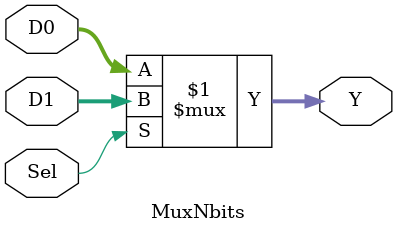
<source format=sv>
module MuxNbits(D0, D1, Sel, Y); //2:1 mux for N bits
  
  parameter DATAWIDTH = 32;
  
  input logic [DATAWIDTH-1:0]D0, D1;
  input logic Sel;
  output logic [DATAWIDTH-1:0]Y;
  
  
  assign #5 Y = (Sel) ? D1 : D0;
  
endmodule
  

</source>
